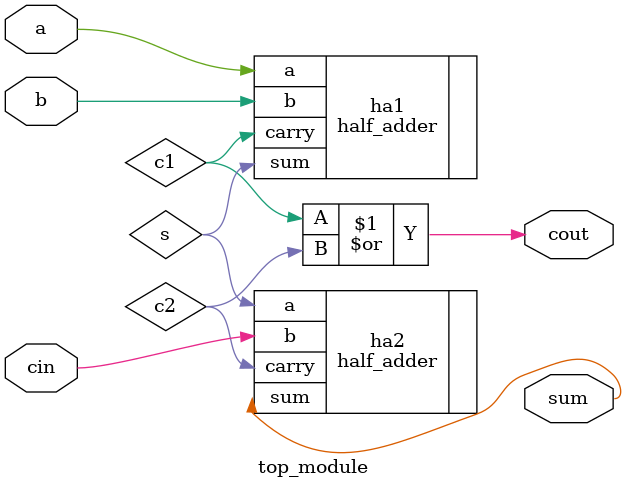
<source format=sv>
module top_module (
	input a,
	input b,
	input cin,
	output cout,
	output sum
);

	// Declare internal wires
	wire s, c1, c2;
	
	// Create instance of half adder for a and b
	half_adder ha1(.a(a), .b(b), .sum(s), .carry(c1));
	
	// Create instance of half adder for s and cin
	half_adder ha2(.a(s), .b(cin), .sum(sum), .carry(c2));
	
	// Calculate cout using c1 and c2
	assign cout = c1 | c2;

endmodule

</source>
